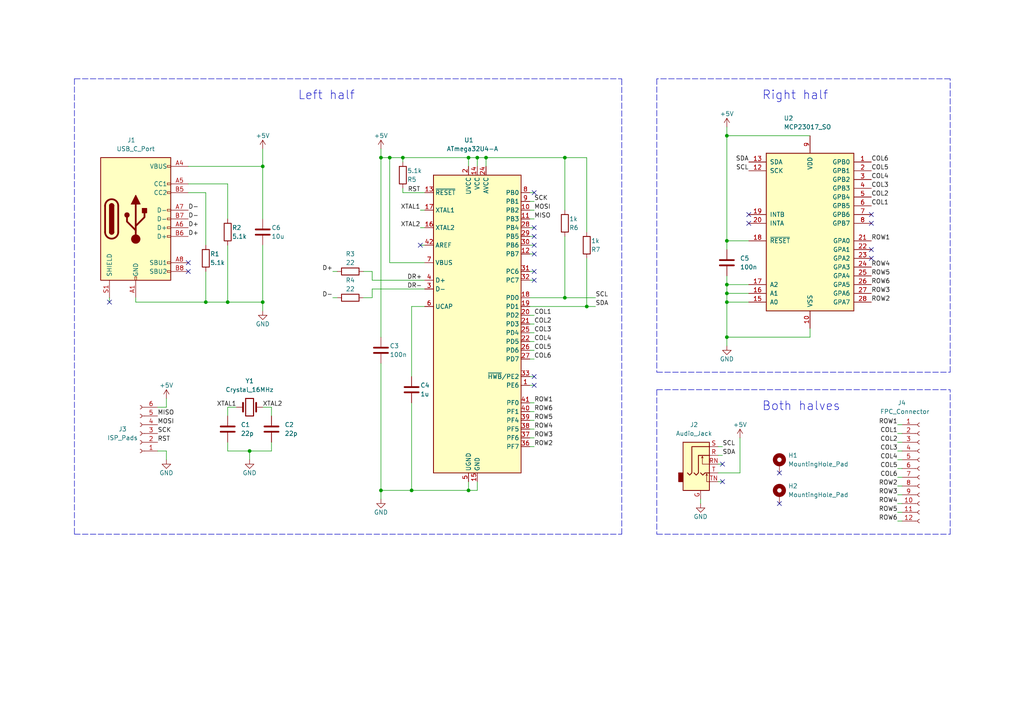
<source format=kicad_sch>
(kicad_sch (version 20211123) (generator eeschema)
  (paper "A4")
  (lib_symbols
    (symbol "Connector:AudioJack3_Ground_SwitchTR"
      (property "Reference" "J" (at 0 8.89 0))
      (property "Value" "AudioJack3_Ground_SwitchTR" (at 0 6.35 0))
      (symbol "AudioJack3_Ground_SwitchTR_0_1"
        (rectangle (start -5.08 -5.08) (end -6.35 -7.62) (stroke (width 0.254)) (fill (type outline)))
        (polyline (pts (xy 0.508 -0.254) (xy 0.762 -0.762)))
        (polyline (pts (xy 1.778 -5.334) (xy 2.032 -5.842)))
        (polyline (pts (xy 0 -5.08) (xy 0.635 -5.715) (xy 1.27 -5.08) (xy 2.54 -5.08)) (stroke (width 0.254)))
        (polyline (pts (xy 2.54 -7.62) (xy 1.778 -7.62) (xy 1.778 -5.334) (xy 1.524 -5.842)))
        (polyline (pts (xy 2.54 -2.54) (xy 0.508 -2.54) (xy 0.508 -0.254) (xy 0.254 -0.762)))
        (polyline (pts (xy -1.905 -5.08) (xy -1.27 -5.715) (xy -0.635 -5.08) (xy -0.635 0) (xy 2.54 0)) (stroke (width 0.254)))
        (polyline (pts (xy 2.54 2.54) (xy -2.54 2.54) (xy -2.54 -5.08) (xy -3.175 -5.715) (xy -3.81 -5.08)) (stroke (width 0.254)))
        (rectangle (start 2.54 3.81) (end -5.08 -10.16) (stroke (width 0.254)) (fill (type background)))
      )
      (symbol "AudioJack3_Ground_SwitchTR_1_1"
        (pin passive line (at 0 -12.7 90) (length 2.54) (name "~") (number "G"))
        (pin passive line (at 5.08 0 180) (length 2.54) (name "~") (number "R"))
        (pin passive line (at 5.08 -2.54 180) (length 2.54) (name "~") (number "RN"))
        (pin passive line (at 5.08 2.54 180) (length 2.54) (name "~") (number "S"))
        (pin passive line (at 5.08 -5.08 180) (length 2.54) (name "~") (number "T"))
        (pin passive line (at 5.08 -7.62 180) (length 2.54) (name "~") (number "TN"))
      )
    )
    (symbol "Connector:Conn_01x06_Female" (pin_names (offset 1.016) hide)
      (property "Reference" "J" (at 0 7.62 0))
      (property "Value" "Conn_01x06_Female" (at 0 -10.16 0))
      (symbol "Conn_01x06_Female_1_1"
        (arc (start 0 -7.112) (mid -0.508 -7.62) (end 0 -8.128) (stroke (width 0.1524)))
        (arc (start 0 -4.572) (mid -0.508 -5.08) (end 0 -5.588) (stroke (width 0.1524)))
        (arc (start 0 -2.032) (mid -0.508 -2.54) (end 0 -3.048) (stroke (width 0.1524)))
        (polyline (pts (xy -1.27 -7.62) (xy -0.508 -7.62)) (stroke (width 0.1524)))
        (polyline (pts (xy -1.27 -5.08) (xy -0.508 -5.08)) (stroke (width 0.1524)))
        (polyline (pts (xy -1.27 -2.54) (xy -0.508 -2.54)) (stroke (width 0.1524)))
        (polyline (pts (xy -1.27 0) (xy -0.508 0)) (stroke (width 0.1524)))
        (polyline (pts (xy -1.27 2.54) (xy -0.508 2.54)) (stroke (width 0.1524)))
        (polyline (pts (xy -1.27 5.08) (xy -0.508 5.08)) (stroke (width 0.1524)))
        (arc (start 0 0.508) (mid -0.508 0) (end 0 -0.508) (stroke (width 0.1524)))
        (arc (start 0 3.048) (mid -0.508 2.54) (end 0 2.032) (stroke (width 0.1524)))
        (arc (start 0 5.588) (mid -0.508 5.08) (end 0 4.572) (stroke (width 0.1524)))
        (pin passive line (at -5.08 5.08 0) (length 3.81) (name "Pin_1") (number "1"))
        (pin passive line (at -5.08 2.54 0) (length 3.81) (name "Pin_2") (number "2"))
        (pin passive line (at -5.08 0 0) (length 3.81) (name "Pin_3") (number "3"))
        (pin passive line (at -5.08 -2.54 0) (length 3.81) (name "Pin_4") (number "4"))
        (pin passive line (at -5.08 -5.08 0) (length 3.81) (name "Pin_5") (number "5"))
        (pin passive line (at -5.08 -7.62 0) (length 3.81) (name "Pin_6") (number "6"))
      )
    )
    (symbol "Connector:Conn_01x12_Female" (pin_names (offset 1.016) hide)
      (property "Reference" "J" (at 0 15.24 0))
      (property "Value" "Conn_01x12_Female" (at 0 -17.78 0))
      (symbol "Conn_01x12_Female_1_1"
        (arc (start 0 -14.732) (mid -0.508 -15.24) (end 0 -15.748) (stroke (width 0.1524)))
        (arc (start 0 -12.192) (mid -0.508 -12.7) (end 0 -13.208) (stroke (width 0.1524)))
        (arc (start 0 -9.652) (mid -0.508 -10.16) (end 0 -10.668) (stroke (width 0.1524)))
        (arc (start 0 -7.112) (mid -0.508 -7.62) (end 0 -8.128) (stroke (width 0.1524)))
        (arc (start 0 -4.572) (mid -0.508 -5.08) (end 0 -5.588) (stroke (width 0.1524)))
        (arc (start 0 -2.032) (mid -0.508 -2.54) (end 0 -3.048) (stroke (width 0.1524)))
        (polyline (pts (xy -1.27 -15.24) (xy -0.508 -15.24)) (stroke (width 0.1524)))
        (polyline (pts (xy -1.27 -12.7) (xy -0.508 -12.7)) (stroke (width 0.1524)))
        (polyline (pts (xy -1.27 -10.16) (xy -0.508 -10.16)) (stroke (width 0.1524)))
        (polyline (pts (xy -1.27 -7.62) (xy -0.508 -7.62)) (stroke (width 0.1524)))
        (polyline (pts (xy -1.27 -5.08) (xy -0.508 -5.08)) (stroke (width 0.1524)))
        (polyline (pts (xy -1.27 -2.54) (xy -0.508 -2.54)) (stroke (width 0.1524)))
        (polyline (pts (xy -1.27 0) (xy -0.508 0)) (stroke (width 0.1524)))
        (polyline (pts (xy -1.27 2.54) (xy -0.508 2.54)) (stroke (width 0.1524)))
        (polyline (pts (xy -1.27 5.08) (xy -0.508 5.08)) (stroke (width 0.1524)))
        (polyline (pts (xy -1.27 7.62) (xy -0.508 7.62)) (stroke (width 0.1524)))
        (polyline (pts (xy -1.27 10.16) (xy -0.508 10.16)) (stroke (width 0.1524)))
        (polyline (pts (xy -1.27 12.7) (xy -0.508 12.7)) (stroke (width 0.1524)))
        (arc (start 0 0.508) (mid -0.508 0) (end 0 -0.508) (stroke (width 0.1524)))
        (arc (start 0 3.048) (mid -0.508 2.54) (end 0 2.032) (stroke (width 0.1524)))
        (arc (start 0 5.588) (mid -0.508 5.08) (end 0 4.572) (stroke (width 0.1524)))
        (arc (start 0 8.128) (mid -0.508 7.62) (end 0 7.112) (stroke (width 0.1524)))
        (arc (start 0 10.668) (mid -0.508 10.16) (end 0 9.652) (stroke (width 0.1524)))
        (arc (start 0 13.208) (mid -0.508 12.7) (end 0 12.192) (stroke (width 0.1524)))
        (pin passive line (at -5.08 12.7 0) (length 3.81) (name "Pin_1") (number "1"))
        (pin passive line (at -5.08 -10.16 0) (length 3.81) (name "Pin_10") (number "10"))
        (pin passive line (at -5.08 -12.7 0) (length 3.81) (name "Pin_11") (number "11"))
        (pin passive line (at -5.08 -15.24 0) (length 3.81) (name "Pin_12") (number "12"))
        (pin passive line (at -5.08 10.16 0) (length 3.81) (name "Pin_2") (number "2"))
        (pin passive line (at -5.08 7.62 0) (length 3.81) (name "Pin_3") (number "3"))
        (pin passive line (at -5.08 5.08 0) (length 3.81) (name "Pin_4") (number "4"))
        (pin passive line (at -5.08 2.54 0) (length 3.81) (name "Pin_5") (number "5"))
        (pin passive line (at -5.08 0 0) (length 3.81) (name "Pin_6") (number "6"))
        (pin passive line (at -5.08 -2.54 0) (length 3.81) (name "Pin_7") (number "7"))
        (pin passive line (at -5.08 -5.08 0) (length 3.81) (name "Pin_8") (number "8"))
        (pin passive line (at -5.08 -7.62 0) (length 3.81) (name "Pin_9") (number "9"))
      )
    )
    (symbol "Connector:USB_C_Receptacle_USB2.0" (pin_names (offset 1.016))
      (property "Reference" "J" (at -10.16 19.05 0))
      (property "Value" "USB_C_Receptacle_USB2.0" (at 19.05 19.05 0))
      (symbol "USB_C_Receptacle_USB2.0_0_0"
        (rectangle (start -0.254 -17.78) (end 0.254 -16.764))
        (rectangle (start 10.16 -14.986) (end 9.144 -15.494))
        (rectangle (start 10.16 -12.446) (end 9.144 -12.954))
        (rectangle (start 10.16 -4.826) (end 9.144 -5.334))
        (rectangle (start 10.16 -2.286) (end 9.144 -2.794))
        (rectangle (start 10.16 0.254) (end 9.144 -0.254))
        (rectangle (start 10.16 2.794) (end 9.144 2.286))
        (rectangle (start 10.16 7.874) (end 9.144 7.366))
        (rectangle (start 10.16 10.414) (end 9.144 9.906))
        (rectangle (start 10.16 15.494) (end 9.144 14.986))
      )
      (symbol "USB_C_Receptacle_USB2.0_0_1"
        (rectangle (start -10.16 17.78) (end 10.16 -17.78) (stroke (width 0.254)) (fill (type background)))
        (arc (start -8.89 -3.81) (mid -6.985 -5.715) (end -5.08 -3.81) (stroke (width 0.508)))
        (arc (start -7.62 -3.81) (mid -6.985 -4.445) (end -6.35 -3.81) (stroke (width 0.254)))
        (arc (start -7.62 -3.81) (mid -6.985 -4.445) (end -6.35 -3.81) (stroke (width 0.254)) (fill (type outline)))
        (rectangle (start -7.62 -3.81) (end -6.35 3.81) (stroke (width 0.254)) (fill (type outline)))
        (arc (start -6.35 3.81) (mid -6.985 4.445) (end -7.62 3.81) (stroke (width 0.254)))
        (arc (start -6.35 3.81) (mid -6.985 4.445) (end -7.62 3.81) (stroke (width 0.254)) (fill (type outline)))
        (arc (start -5.08 3.81) (mid -6.985 5.715) (end -8.89 3.81) (stroke (width 0.508)))
        (circle (center -2.54 1.143) (radius 0.635) (stroke (width 0.254)) (fill (type outline)))
        (circle (center 0 -5.842) (radius 1.27) (fill (type outline)))
        (polyline (pts (xy -8.89 -3.81) (xy -8.89 3.81)) (stroke (width 0.508)))
        (polyline (pts (xy -5.08 3.81) (xy -5.08 -3.81)) (stroke (width 0.508)))
        (polyline (pts (xy 0 -5.842) (xy 0 4.318)) (stroke (width 0.508)))
        (polyline (pts (xy 0 -3.302) (xy -2.54 -0.762) (xy -2.54 0.508)) (stroke (width 0.508)))
        (polyline (pts (xy 0 -2.032) (xy 2.54 0.508) (xy 2.54 1.778)) (stroke (width 0.508)))
        (polyline (pts (xy -1.27 4.318) (xy 0 6.858) (xy 1.27 4.318) (xy -1.27 4.318)) (stroke (width 0.254)) (fill (type outline)))
        (rectangle (start 1.905 1.778) (end 3.175 3.048) (stroke (width 0.254)) (fill (type outline)))
      )
      (symbol "USB_C_Receptacle_USB2.0_1_1"
        (pin passive line (at 0 -22.86 90) (length 5.08) (name "GND") (number "A1"))
        (pin passive line (at 0 -22.86 90) (length 5.08) hide (name "GND") (number "A12"))
        (pin passive line (at 15.24 15.24 180) (length 5.08) (name "VBUS") (number "A4"))
        (pin bidirectional line (at 15.24 10.16 180) (length 5.08) (name "CC1") (number "A5"))
        (pin bidirectional line (at 15.24 -2.54 180) (length 5.08) (name "D+") (number "A6"))
        (pin bidirectional line (at 15.24 2.54 180) (length 5.08) (name "D-") (number "A7"))
        (pin bidirectional line (at 15.24 -12.7 180) (length 5.08) (name "SBU1") (number "A8"))
        (pin passive line (at 15.24 15.24 180) (length 5.08) hide (name "VBUS") (number "A9"))
        (pin passive line (at 0 -22.86 90) (length 5.08) hide (name "GND") (number "B1"))
        (pin passive line (at 0 -22.86 90) (length 5.08) hide (name "GND") (number "B12"))
        (pin passive line (at 15.24 15.24 180) (length 5.08) hide (name "VBUS") (number "B4"))
        (pin bidirectional line (at 15.24 7.62 180) (length 5.08) (name "CC2") (number "B5"))
        (pin bidirectional line (at 15.24 -5.08 180) (length 5.08) (name "D+") (number "B6"))
        (pin bidirectional line (at 15.24 0 180) (length 5.08) (name "D-") (number "B7"))
        (pin bidirectional line (at 15.24 -15.24 180) (length 5.08) (name "SBU2") (number "B8"))
        (pin passive line (at 15.24 15.24 180) (length 5.08) hide (name "VBUS") (number "B9"))
        (pin passive line (at -7.62 -22.86 90) (length 5.08) (name "SHIELD") (number "S1"))
      )
    )
    (symbol "Device:C" (pin_numbers hide) (pin_names (offset 0.254))
      (property "Reference" "C" (at 0.635 2.54 0))
      (property "Value" "C" (at 0.635 -2.54 0))
      (symbol "C_0_1"
        (polyline (pts (xy -2.032 -0.762) (xy 2.032 -0.762)) (stroke (width 0.508)))
        (polyline (pts (xy -2.032 0.762) (xy 2.032 0.762)) (stroke (width 0.508)))
      )
      (symbol "C_1_1"
        (pin passive line (at 0 3.81 270) (length 2.794) (name "~") (number "1"))
        (pin passive line (at 0 -3.81 90) (length 2.794) (name "~") (number "2"))
      )
    )
    (symbol "Device:Crystal" (pin_numbers hide) (pin_names (offset 1.016) hide)
      (property "Reference" "Y" (at 0 3.81 0))
      (property "Value" "Crystal" (at 0 -3.81 0))
      (symbol "Crystal_0_1"
        (rectangle (start -1.143 2.54) (end 1.143 -2.54) (stroke (width 0.3048)))
        (polyline (pts (xy -2.54 0) (xy -1.905 0)))
        (polyline (pts (xy -1.905 -1.27) (xy -1.905 1.27)) (stroke (width 0.508)))
        (polyline (pts (xy 1.905 -1.27) (xy 1.905 1.27)) (stroke (width 0.508)))
        (polyline (pts (xy 2.54 0) (xy 1.905 0)))
      )
      (symbol "Crystal_1_1"
        (pin passive line (at -3.81 0 0) (length 1.27) (name "1") (number "1"))
        (pin passive line (at 3.81 0 180) (length 1.27) (name "2") (number "2"))
      )
    )
    (symbol "Device:R" (pin_numbers hide) (pin_names (offset 0))
      (property "Reference" "R" (at 2.032 0 90))
      (property "Value" "R" (at 0 0 90))
      (symbol "R_0_1"
        (rectangle (start -1.016 -2.54) (end 1.016 2.54) (stroke (width 0.254)))
      )
      (symbol "R_1_1"
        (pin passive line (at 0 3.81 270) (length 1.27) (name "~") (number "1"))
        (pin passive line (at 0 -3.81 90) (length 1.27) (name "~") (number "2"))
      )
    )
    (symbol "Interface_Expansion:MCP23017_SO" (pin_names (offset 1.016))
      (property "Reference" "U" (at -11.43 24.13 0))
      (property "Value" "MCP23017_SO" (at 0 0 0))
      (symbol "MCP23017_SO_0_1"
        (rectangle (start -12.7 22.86) (end 12.7 -22.86) (stroke (width 0.254)) (fill (type background)))
      )
      (symbol "MCP23017_SO_1_1"
        (pin bidirectional line (at 17.78 20.32 180) (length 5.08) (name "GPB0") (number "1"))
        (pin power_in line (at 0 -27.94 90) (length 5.08) (name "VSS") (number "10"))
        (pin no_connect line (at -12.7 15.24 0) (length 5.08) hide (name "NC") (number "11"))
        (pin input line (at -17.78 17.78 0) (length 5.08) (name "SCK") (number "12"))
        (pin bidirectional line (at -17.78 20.32 0) (length 5.08) (name "SDA") (number "13"))
        (pin no_connect line (at -12.7 12.7 0) (length 5.08) hide (name "NC") (number "14"))
        (pin input line (at -17.78 -20.32 0) (length 5.08) (name "A0") (number "15"))
        (pin input line (at -17.78 -17.78 0) (length 5.08) (name "A1") (number "16"))
        (pin input line (at -17.78 -15.24 0) (length 5.08) (name "A2") (number "17"))
        (pin input line (at -17.78 -2.54 0) (length 5.08) (name "~{RESET}") (number "18"))
        (pin tri_state line (at -17.78 5.08 0) (length 5.08) (name "INTB") (number "19"))
        (pin bidirectional line (at 17.78 17.78 180) (length 5.08) (name "GPB1") (number "2"))
        (pin tri_state line (at -17.78 2.54 0) (length 5.08) (name "INTA") (number "20"))
        (pin bidirectional line (at 17.78 -2.54 180) (length 5.08) (name "GPA0") (number "21"))
        (pin bidirectional line (at 17.78 -5.08 180) (length 5.08) (name "GPA1") (number "22"))
        (pin bidirectional line (at 17.78 -7.62 180) (length 5.08) (name "GPA2") (number "23"))
        (pin bidirectional line (at 17.78 -10.16 180) (length 5.08) (name "GPA3") (number "24"))
        (pin bidirectional line (at 17.78 -12.7 180) (length 5.08) (name "GPA4") (number "25"))
        (pin bidirectional line (at 17.78 -15.24 180) (length 5.08) (name "GPA5") (number "26"))
        (pin bidirectional line (at 17.78 -17.78 180) (length 5.08) (name "GPA6") (number "27"))
        (pin bidirectional line (at 17.78 -20.32 180) (length 5.08) (name "GPA7") (number "28"))
        (pin bidirectional line (at 17.78 15.24 180) (length 5.08) (name "GPB2") (number "3"))
        (pin bidirectional line (at 17.78 12.7 180) (length 5.08) (name "GPB3") (number "4"))
        (pin bidirectional line (at 17.78 10.16 180) (length 5.08) (name "GPB4") (number "5"))
        (pin bidirectional line (at 17.78 7.62 180) (length 5.08) (name "GPB5") (number "6"))
        (pin bidirectional line (at 17.78 5.08 180) (length 5.08) (name "GPB6") (number "7"))
        (pin bidirectional line (at 17.78 2.54 180) (length 5.08) (name "GPB7") (number "8"))
        (pin power_in line (at 0 27.94 270) (length 5.08) (name "VDD") (number "9"))
      )
    )
    (symbol "MCU_Microchip_ATmega:ATmega32U4-A"
      (property "Reference" "U" (at -12.7 44.45 0))
      (property "Value" "ATmega32U4-A" (at 2.54 -44.45 0))
      (symbol "ATmega32U4-A_0_1"
        (rectangle (start -12.7 -43.18) (end 12.7 43.18) (stroke (width 0.254)) (fill (type background)))
      )
      (symbol "ATmega32U4-A_1_1"
        (pin bidirectional line (at 15.24 -17.78 180) (length 2.54) (name "PE6") (number "1"))
        (pin bidirectional line (at 15.24 33.02 180) (length 2.54) (name "PB2") (number "10"))
        (pin bidirectional line (at 15.24 30.48 180) (length 2.54) (name "PB3") (number "11"))
        (pin bidirectional line (at 15.24 20.32 180) (length 2.54) (name "PB7") (number "12"))
        (pin input line (at -15.24 38.1 0) (length 2.54) (name "~{RESET}") (number "13"))
        (pin power_in line (at 0 45.72 270) (length 2.54) (name "VCC") (number "14"))
        (pin power_in line (at 0 -45.72 90) (length 2.54) (name "GND") (number "15"))
        (pin output line (at -15.24 27.94 0) (length 2.54) (name "XTAL2") (number "16"))
        (pin input line (at -15.24 33.02 0) (length 2.54) (name "XTAL1") (number "17"))
        (pin bidirectional line (at 15.24 7.62 180) (length 2.54) (name "PD0") (number "18"))
        (pin bidirectional line (at 15.24 5.08 180) (length 2.54) (name "PD1") (number "19"))
        (pin power_in line (at -2.54 45.72 270) (length 2.54) (name "UVCC") (number "2"))
        (pin bidirectional line (at 15.24 2.54 180) (length 2.54) (name "PD2") (number "20"))
        (pin bidirectional line (at 15.24 0 180) (length 2.54) (name "PD3") (number "21"))
        (pin bidirectional line (at 15.24 -5.08 180) (length 2.54) (name "PD5") (number "22"))
        (pin passive line (at 0 -45.72 90) (length 2.54) hide (name "GND") (number "23"))
        (pin power_in line (at 2.54 45.72 270) (length 2.54) (name "AVCC") (number "24"))
        (pin bidirectional line (at 15.24 -2.54 180) (length 2.54) (name "PD4") (number "25"))
        (pin bidirectional line (at 15.24 -7.62 180) (length 2.54) (name "PD6") (number "26"))
        (pin bidirectional line (at 15.24 -10.16 180) (length 2.54) (name "PD7") (number "27"))
        (pin bidirectional line (at 15.24 27.94 180) (length 2.54) (name "PB4") (number "28"))
        (pin bidirectional line (at 15.24 25.4 180) (length 2.54) (name "PB5") (number "29"))
        (pin bidirectional line (at -15.24 10.16 0) (length 2.54) (name "D-") (number "3"))
        (pin bidirectional line (at 15.24 22.86 180) (length 2.54) (name "PB6") (number "30"))
        (pin bidirectional line (at 15.24 15.24 180) (length 2.54) (name "PC6") (number "31"))
        (pin bidirectional line (at 15.24 12.7 180) (length 2.54) (name "PC7") (number "32"))
        (pin bidirectional line (at 15.24 -15.24 180) (length 2.54) (name "~{HWB}/PE2") (number "33"))
        (pin passive line (at 0 45.72 270) (length 2.54) hide (name "VCC") (number "34"))
        (pin passive line (at 0 -45.72 90) (length 2.54) hide (name "GND") (number "35"))
        (pin bidirectional line (at 15.24 -35.56 180) (length 2.54) (name "PF7") (number "36"))
        (pin bidirectional line (at 15.24 -33.02 180) (length 2.54) (name "PF6") (number "37"))
        (pin bidirectional line (at 15.24 -30.48 180) (length 2.54) (name "PF5") (number "38"))
        (pin bidirectional line (at 15.24 -27.94 180) (length 2.54) (name "PF4") (number "39"))
        (pin bidirectional line (at -15.24 12.7 0) (length 2.54) (name "D+") (number "4"))
        (pin bidirectional line (at 15.24 -25.4 180) (length 2.54) (name "PF1") (number "40"))
        (pin bidirectional line (at 15.24 -22.86 180) (length 2.54) (name "PF0") (number "41"))
        (pin passive line (at -15.24 22.86 0) (length 2.54) (name "AREF") (number "42"))
        (pin passive line (at 0 -45.72 90) (length 2.54) hide (name "GND") (number "43"))
        (pin passive line (at 2.54 45.72 270) (length 2.54) hide (name "AVCC") (number "44"))
        (pin passive line (at -2.54 -45.72 90) (length 2.54) (name "UGND") (number "5"))
        (pin passive line (at -15.24 5.08 0) (length 2.54) (name "UCAP") (number "6"))
        (pin input line (at -15.24 17.78 0) (length 2.54) (name "VBUS") (number "7"))
        (pin bidirectional line (at 15.24 38.1 180) (length 2.54) (name "PB0") (number "8"))
        (pin bidirectional line (at 15.24 35.56 180) (length 2.54) (name "PB1") (number "9"))
      )
    )
    (symbol "Mechanical:MountingHole_Pad" (pin_numbers hide) (pin_names (offset 1.016) hide)
      (property "Reference" "H" (at 0 6.35 0))
      (property "Value" "MountingHole_Pad" (at 0 4.445 0))
      (symbol "MountingHole_Pad_0_1"
        (circle (center 0 1.27) (radius 1.27) (stroke (width 1.27)))
      )
      (symbol "MountingHole_Pad_1_1"
        (pin input line (at 0 -2.54 90) (length 2.54) (name "1") (number "1"))
      )
    )
    (symbol "power:+5V" (power) (pin_names (offset 0))
      (property "Value" "+5V" (at 0 3.556 0))
      (symbol "+5V_0_1"
        (polyline (pts (xy -0.762 1.27) (xy 0 2.54)))
        (polyline (pts (xy 0 0) (xy 0 2.54)))
        (polyline (pts (xy 0 2.54) (xy 0.762 1.27)))
      )
      (symbol "+5V_1_1"
        (pin power_in line (at 0 0 90) (length 0) hide (name "+5V") (number "1"))
      )
    )
    (symbol "power:GND" (power) (pin_names (offset 0))
      (property "Value" "GND" (at 0 -3.81 0))
      (symbol "GND_0_1"
        (polyline (pts (xy 0 0) (xy 0 -1.27) (xy 1.27 -1.27) (xy 0 -2.54) (xy -1.27 -1.27) (xy 0 -1.27)))
      )
      (symbol "GND_1_1"
        (pin power_in line (at 0 0 270) (length 0) hide (name "GND") (number "1"))
      )
    )
  )
  (junction (at 135.89 142.24))
  (junction (at 163.83 86.36))
  (junction (at 170.18 88.9))
  (junction (at 66.04 87.63))
  (junction (at 110.49 142.24))
  (junction (at 135.89 45.72))
  (junction (at 140.97 45.72))
  (junction (at 138.43 45.72))
  (junction (at 210.82 39.37))
  (junction (at 210.82 85.09))
  (junction (at 72.39 130.81))
  (junction (at 110.49 45.72))
  (junction (at 59.69 87.63))
  (junction (at 119.38 142.24))
  (junction (at 210.82 87.63))
  (junction (at 76.2 48.26))
  (junction (at 116.84 45.72))
  (junction (at 113.03 45.72))
  (junction (at 210.82 97.79))
  (junction (at 163.83 45.72))
  (junction (at 210.82 82.55))
  (junction (at 76.2 87.63))
  (junction (at 210.82 69.85))
  (no_connect (at 209.55 134.62))
  (no_connect (at 209.55 139.7))
  (no_connect (at 252.73 64.77))
  (no_connect (at 252.73 62.23))
  (no_connect (at 154.94 55.88))
  (no_connect (at 154.94 81.28))
  (no_connect (at 154.94 78.74))
  (no_connect (at 154.94 66.04))
  (no_connect (at 154.94 111.76))
  (no_connect (at 154.94 109.22))
  (no_connect (at 154.94 73.66))
  (no_connect (at 154.94 71.12))
  (no_connect (at 154.94 68.58))
  (no_connect (at 31.75 87.63))
  (no_connect (at 121.92 71.12))
  (no_connect (at 252.73 74.93))
  (no_connect (at 252.73 72.39))
  (no_connect (at 217.17 62.23))
  (no_connect (at 217.17 64.77))
  (no_connect (at 226.06 137.16))
  (no_connect (at 226.06 146.05))
  (no_connect (at 54.61 76.2))
  (no_connect (at 54.61 78.74))
  (wire (pts (xy 210.82 87.63) (xy 217.17 87.63)))
  (wire (pts (xy 210.82 87.63) (xy 210.82 97.79)))
  (wire (pts (xy 107.95 78.74) (xy 105.41 78.74)))
  (wire (pts (xy 261.62 128.27) (xy 260.35 128.27)))
  (wire (pts (xy 154.94 116.84) (xy 153.67 116.84)))
  (wire (pts (xy 214.63 127) (xy 214.63 137.16)))
  (wire (pts (xy 119.38 88.9) (xy 123.19 88.9)))
  (wire (pts (xy 116.84 55.88) (xy 123.19 55.88)))
  (wire (pts (xy 208.28 134.62) (xy 209.55 134.62)))
  (wire (pts (xy 153.67 96.52) (xy 154.94 96.52)))
  (wire (pts (xy 76.2 63.5) (xy 76.2 48.26)))
  (wire (pts (xy 209.55 132.08) (xy 208.28 132.08)))
  (wire (pts (xy 76.2 48.26) (xy 76.2 43.18)))
  (wire (pts (xy 154.94 127) (xy 153.67 127)))
  (wire (pts (xy 72.39 130.81) (xy 72.39 133.35)))
  (wire (pts (xy 153.67 66.04) (xy 154.94 66.04)))
  (wire (pts (xy 105.41 86.36) (xy 107.95 86.36)))
  (wire (pts (xy 170.18 74.93) (xy 170.18 88.9)))
  (polyline (pts (xy 190.5 154.94) (xy 275.59 154.94)))
  (wire (pts (xy 66.04 130.81) (xy 72.39 130.81)))
  (wire (pts (xy 121.92 60.96) (xy 123.19 60.96)))
  (wire (pts (xy 153.67 58.42) (xy 154.94 58.42)))
  (wire (pts (xy 31.75 87.63) (xy 31.75 86.36)))
  (wire (pts (xy 66.04 87.63) (xy 76.2 87.63)))
  (wire (pts (xy 138.43 45.72) (xy 135.89 45.72)))
  (wire (pts (xy 96.52 78.74) (xy 97.79 78.74)))
  (wire (pts (xy 138.43 48.26) (xy 138.43 45.72)))
  (wire (pts (xy 135.89 139.7) (xy 135.89 142.24)))
  (wire (pts (xy 113.03 45.72) (xy 110.49 45.72)))
  (wire (pts (xy 153.67 99.06) (xy 154.94 99.06)))
  (wire (pts (xy 261.62 130.81) (xy 260.35 130.81)))
  (wire (pts (xy 59.69 78.74) (xy 59.69 87.63)))
  (wire (pts (xy 78.74 128.27) (xy 78.74 130.81)))
  (wire (pts (xy 121.92 66.04) (xy 123.19 66.04)))
  (wire (pts (xy 260.35 123.19) (xy 261.62 123.19)))
  (polyline (pts (xy 190.5 107.95) (xy 275.59 107.95)))
  (polyline (pts (xy 275.59 154.94) (xy 275.59 113.03)))
  (wire (pts (xy 210.82 39.37) (xy 234.95 39.37)))
  (wire (pts (xy 261.62 125.73) (xy 260.35 125.73)))
  (wire (pts (xy 66.04 53.34) (xy 54.61 53.34)))
  (wire (pts (xy 208.28 139.7) (xy 209.55 139.7)))
  (wire (pts (xy 66.04 63.5) (xy 66.04 53.34)))
  (wire (pts (xy 110.49 105.41) (xy 110.49 142.24)))
  (wire (pts (xy 116.84 54.61) (xy 116.84 55.88)))
  (wire (pts (xy 170.18 67.31) (xy 170.18 45.72)))
  (wire (pts (xy 107.95 83.82) (xy 123.19 83.82)))
  (wire (pts (xy 135.89 48.26) (xy 135.89 45.72)))
  (wire (pts (xy 153.67 68.58) (xy 154.94 68.58)))
  (polyline (pts (xy 180.34 154.94) (xy 180.34 22.86)))
  (wire (pts (xy 153.67 63.5) (xy 154.94 63.5)))
  (wire (pts (xy 39.37 87.63) (xy 59.69 87.63)))
  (wire (pts (xy 119.38 109.22) (xy 119.38 88.9)))
  (wire (pts (xy 68.58 118.11) (xy 66.04 118.11)))
  (wire (pts (xy 153.67 81.28) (xy 154.94 81.28)))
  (wire (pts (xy 110.49 142.24) (xy 119.38 142.24)))
  (wire (pts (xy 153.67 104.14) (xy 154.94 104.14)))
  (wire (pts (xy 210.82 36.83) (xy 210.82 39.37)))
  (wire (pts (xy 210.82 100.33) (xy 210.82 97.79)))
  (wire (pts (xy 203.2 144.78) (xy 203.2 146.05)))
  (wire (pts (xy 116.84 45.72) (xy 116.84 46.99)))
  (wire (pts (xy 154.94 119.38) (xy 153.67 119.38)))
  (wire (pts (xy 260.35 146.05) (xy 261.62 146.05)))
  (wire (pts (xy 138.43 139.7) (xy 138.43 142.24)))
  (wire (pts (xy 135.89 45.72) (xy 116.84 45.72)))
  (wire (pts (xy 210.82 80.01) (xy 210.82 82.55)))
  (wire (pts (xy 45.72 118.11) (xy 48.26 118.11)))
  (wire (pts (xy 76.2 118.11) (xy 78.74 118.11)))
  (wire (pts (xy 153.67 93.98) (xy 154.94 93.98)))
  (wire (pts (xy 48.26 130.81) (xy 48.26 133.35)))
  (wire (pts (xy 260.35 140.97) (xy 261.62 140.97)))
  (wire (pts (xy 107.95 86.36) (xy 107.95 83.82)))
  (wire (pts (xy 153.67 91.44) (xy 154.94 91.44)))
  (wire (pts (xy 163.83 45.72) (xy 170.18 45.72)))
  (wire (pts (xy 153.67 60.96) (xy 154.94 60.96)))
  (wire (pts (xy 113.03 45.72) (xy 113.03 76.2)))
  (wire (pts (xy 210.82 85.09) (xy 210.82 82.55)))
  (polyline (pts (xy 21.59 22.86) (xy 21.59 154.94)))
  (wire (pts (xy 210.82 97.79) (xy 234.95 97.79)))
  (wire (pts (xy 96.52 86.36) (xy 97.79 86.36)))
  (wire (pts (xy 154.94 129.54) (xy 153.67 129.54)))
  (polyline (pts (xy 21.59 154.94) (xy 180.34 154.94)))
  (wire (pts (xy 66.04 71.12) (xy 66.04 87.63)))
  (wire (pts (xy 154.94 121.92) (xy 153.67 121.92)))
  (wire (pts (xy 113.03 76.2) (xy 123.19 76.2)))
  (wire (pts (xy 153.67 101.6) (xy 154.94 101.6)))
  (wire (pts (xy 153.67 109.22) (xy 154.94 109.22)))
  (polyline (pts (xy 21.59 22.86) (xy 180.34 22.86)))
  (wire (pts (xy 59.69 87.63) (xy 66.04 87.63)))
  (wire (pts (xy 210.82 69.85) (xy 210.82 72.39)))
  (wire (pts (xy 163.83 45.72) (xy 163.83 60.96)))
  (wire (pts (xy 163.83 86.36) (xy 172.72 86.36)))
  (wire (pts (xy 59.69 55.88) (xy 59.69 71.12)))
  (wire (pts (xy 45.72 130.81) (xy 48.26 130.81)))
  (wire (pts (xy 209.55 129.54) (xy 208.28 129.54)))
  (wire (pts (xy 153.67 88.9) (xy 170.18 88.9)))
  (wire (pts (xy 153.67 71.12) (xy 154.94 71.12)))
  (wire (pts (xy 140.97 45.72) (xy 138.43 45.72)))
  (wire (pts (xy 39.37 86.36) (xy 39.37 87.63)))
  (wire (pts (xy 260.35 148.59) (xy 261.62 148.59)))
  (wire (pts (xy 234.95 95.25) (xy 234.95 97.79)))
  (polyline (pts (xy 275.59 22.86) (xy 190.5 22.86)))
  (polyline (pts (xy 275.59 107.95) (xy 275.59 22.86)))
  (wire (pts (xy 170.18 88.9) (xy 172.72 88.9)))
  (wire (pts (xy 261.62 135.89) (xy 260.35 135.89)))
  (wire (pts (xy 260.35 143.51) (xy 261.62 143.51)))
  (wire (pts (xy 208.28 137.16) (xy 214.63 137.16)))
  (wire (pts (xy 260.35 151.13) (xy 261.62 151.13)))
  (wire (pts (xy 78.74 118.11) (xy 78.74 120.65)))
  (wire (pts (xy 107.95 81.28) (xy 107.95 78.74)))
  (wire (pts (xy 153.67 78.74) (xy 154.94 78.74)))
  (polyline (pts (xy 190.5 22.86) (xy 190.5 107.95)))
  (wire (pts (xy 110.49 43.18) (xy 110.49 45.72)))
  (wire (pts (xy 217.17 69.85) (xy 210.82 69.85)))
  (wire (pts (xy 140.97 48.26) (xy 140.97 45.72)))
  (wire (pts (xy 76.2 87.63) (xy 76.2 90.17)))
  (wire (pts (xy 113.03 45.72) (xy 116.84 45.72)))
  (wire (pts (xy 210.82 85.09) (xy 217.17 85.09)))
  (wire (pts (xy 76.2 71.12) (xy 76.2 87.63)))
  (wire (pts (xy 140.97 45.72) (xy 163.83 45.72)))
  (wire (pts (xy 210.82 39.37) (xy 210.82 69.85)))
  (wire (pts (xy 54.61 48.26) (xy 76.2 48.26)))
  (wire (pts (xy 48.26 118.11) (xy 48.26 115.57)))
  (wire (pts (xy 54.61 55.88) (xy 59.69 55.88)))
  (polyline (pts (xy 190.5 113.03) (xy 190.5 154.94)))
  (wire (pts (xy 153.67 86.36) (xy 163.83 86.36)))
  (wire (pts (xy 153.67 111.76) (xy 154.94 111.76)))
  (wire (pts (xy 119.38 116.84) (xy 119.38 142.24)))
  (wire (pts (xy 210.82 82.55) (xy 217.17 82.55)))
  (wire (pts (xy 110.49 45.72) (xy 110.49 97.79)))
  (wire (pts (xy 163.83 68.58) (xy 163.83 86.36)))
  (wire (pts (xy 72.39 130.81) (xy 78.74 130.81)))
  (wire (pts (xy 66.04 128.27) (xy 66.04 130.81)))
  (wire (pts (xy 123.19 81.28) (xy 107.95 81.28)))
  (wire (pts (xy 153.67 73.66) (xy 154.94 73.66)))
  (wire (pts (xy 135.89 142.24) (xy 138.43 142.24)))
  (wire (pts (xy 66.04 118.11) (xy 66.04 120.65)))
  (wire (pts (xy 119.38 142.24) (xy 135.89 142.24)))
  (polyline (pts (xy 190.5 113.03) (xy 275.59 113.03)))
  (wire (pts (xy 153.67 55.88) (xy 154.94 55.88)))
  (wire (pts (xy 261.62 133.35) (xy 260.35 133.35)))
  (wire (pts (xy 110.49 142.24) (xy 110.49 144.78)))
  (wire (pts (xy 121.92 71.12) (xy 123.19 71.12)))
  (wire (pts (xy 261.62 138.43) (xy 260.35 138.43)))
  (wire (pts (xy 154.94 124.46) (xy 153.67 124.46)))
  (wire (pts (xy 210.82 87.63) (xy 210.82 85.09)))
  (text "Right half" (at 220.98 29.21 0) (effects (font (size 2.54 2.54)) (justify left bottom)))
  (text "Left half" (at 86.36 29.21 0) (effects (font (size 2.54 2.54)) (justify left bottom)))
  (text "Both halves" (at 220.98 119.38 0) (effects (font (size 2.54 2.54)) (justify left bottom)))
  (label "COL1" (at 154.94 91.44 0))
  (label "COL2" (at 260.35 128.27 180))
  (label "ROW1" (at 154.94 116.84 0))
  (label "ROW4" (at 154.94 124.46 0))
  (label "COL2" (at 154.94 93.98 0))
  (label "COL3" (at 252.73 54.61 0))
  (label "ROW3" (at 260.35 143.51 180))
  (label "SDA" (at 172.72 88.9 0))
  (label "MOSI" (at 45.72 123.19 0))
  (label "D-" (at 54.61 63.5 0))
  (label "DR-" (at 118.11 83.82 0))
  (label "SCK" (at 45.72 125.73 0))
  (label "COL6" (at 260.35 138.43 180))
  (label "ROW6" (at 252.73 82.55 0))
  (label "ROW6" (at 260.35 151.13 180))
  (label "D-" (at 96.52 86.36 180))
  (label "SCL" (at 217.17 49.53 180))
  (label "XTAL1" (at 121.92 60.96 180))
  (label "RST" (at 121.92 55.88 180))
  (label "ROW3" (at 154.94 127 0))
  (label "COL2" (at 252.73 57.15 0))
  (label "SCK" (at 154.94 58.42 0))
  (label "ROW2" (at 154.94 129.54 0))
  (label "COL4" (at 260.35 133.35 180))
  (label "ROW6" (at 154.94 119.38 0))
  (label "XTAL1" (at 68.58 118.11 180))
  (label "D+" (at 54.61 68.58 0))
  (label "D+" (at 54.61 66.04 0))
  (label "ROW1" (at 252.73 69.85 0))
  (label "D-" (at 54.61 60.96 0))
  (label "MISO" (at 45.72 120.65 0))
  (label "COL6" (at 252.73 46.99 0))
  (label "ROW2" (at 260.35 140.97 180))
  (label "SCL" (at 172.72 86.36 0))
  (label "ROW5" (at 260.35 148.59 180))
  (label "MOSI" (at 154.94 60.96 0))
  (label "COL5" (at 252.73 49.53 0))
  (label "MISO" (at 154.94 63.5 0))
  (label "ROW3" (at 252.73 85.09 0))
  (label "COL3" (at 154.94 96.52 0))
  (label "COL1" (at 252.73 59.69 0))
  (label "ROW5" (at 252.73 80.01 0))
  (label "COL4" (at 252.73 52.07 0))
  (label "COL3" (at 260.35 130.81 180))
  (label "ROW4" (at 260.35 146.05 180))
  (label "COL4" (at 154.94 99.06 0))
  (label "COL1" (at 260.35 125.73 180))
  (label "RST" (at 45.72 128.27 0))
  (label "D+" (at 96.52 78.74 180))
  (label "COL5" (at 260.35 135.89 180))
  (label "XTAL2" (at 121.92 66.04 180))
  (label "DR+" (at 118.11 81.28 0))
  (label "ROW1" (at 260.35 123.19 180))
  (label "ROW5" (at 154.94 121.92 0))
  (label "SDA" (at 209.55 132.08 0))
  (label "COL5" (at 154.94 101.6 0))
  (label "ROW4" (at 252.73 77.47 0))
  (label "ROW2" (at 252.73 87.63 0))
  (label "COL6" (at 154.94 104.14 0))
  (label "SCL" (at 209.55 129.54 0))
  (label "XTAL2" (at 76.2 118.11 0))
  (label "SDA" (at 217.17 46.99 180))
  (symbol (lib_id "Device:C") (at 110.49 101.6 0) (unit 1)
    (property "Reference" "C3" (at 113.03 100.33 0) (effects (justify left)))
    (property "Value" "100n" (at 113.03 102.87 0) (effects (justify left)))
    (property "Footprint" "Capacitor_SMD:C_0603_1608Metric" (effects hide))
  )
  (symbol (lib_id "Device:R") (at 59.69 74.93 0) (unit 1)
    (property "Reference" "R1" (at 60.96 73.66 0) (effects (justify left)))
    (property "Value" "5.1k" (at 60.96 76.2 0) (effects (justify left)))
    (property "Footprint" "Resistor_SMD:R_0603_1608Metric" (effects hide))
  )
  (symbol (lib_id "power:GND") (at 203.2 146.05 0) (mirror y) (unit 1)
    (property "Reference" "#PWR01" (effects hide))
    (property "Value" "GND" (at 203.2 149.86 0))
  )
  (symbol (lib_id "power:+5V") (at 110.49 43.18 0) (mirror y) (unit 1)
    (property "Reference" "#PWR06" (effects hide))
    (property "Value" "+5V" (at 110.49 39.37 0))
  )
  (symbol (lib_id "power:+5V") (at 210.82 36.83 0) (mirror y) (unit 1)
    (property "Reference" "#PWR010" (effects hide))
    (property "Value" "+5V" (at 210.82 33.02 0))
  )
  (symbol (lib_id "Connector:Conn_01x12_Female") (at 266.7 135.89 0) (unit 1)
    (property "Reference" "J4" (at 260.35 116.84 0) (effects (justify left)))
    (property "Value" "FPC_Connector" (at 255.27 119.38 0) (effects (justify left)))
    (property "Footprint" "Custom:FPC_Connector" (effects hide))
  )
  (symbol (lib_id "Connector:USB_C_Receptacle_USB2.0") (at 39.37 63.5 0) (unit 1)
    (property "Reference" "J1" (at 38.1 40.64 0))
    (property "Value" "USB_C_Port" (at 39.37 43.18 0))
    (property "Footprint" "Connector_USB:USB_C_Receptacle_HRO_TYPE-C-31-M-12" (effects hide))
    (property "Datasheet" "https://www.usb.org/sites/default/files/documents/usb_type-c.zip" (effects hide))
  )
  (symbol (lib_id "power:GND") (at 110.49 144.78 0) (unit 1)
    (property "Reference" "#PWR07" (effects hide))
    (property "Value" "GND" (at 110.49 148.59 0))
  )
  (symbol (lib_id "Interface_Expansion:MCP23017_SO") (at 234.95 67.31 0) (unit 1)
    (property "Reference" "U2" (at 227.33 34.29 0) (effects (justify left)))
    (property "Value" "MCP23017_SO" (at 227.33 36.83 0) (effects (justify left)))
    (property "Footprint" "Package_SO:SOIC-28W_7.5x17.9mm_P1.27mm" (effects hide))
    (property "Datasheet" "http://ww1.microchip.com/downloads/en/DeviceDoc/20001952C.pdf" (effects hide))
  )
  (symbol (lib_id "MCU_Microchip_ATmega:ATmega32U4-A") (at 138.43 93.98 0) (unit 1)
    (property "Reference" "U1" (at 134.62 40.64 0) (effects (justify left)))
    (property "Value" "ATmega32U4-A" (at 129.54 43.18 0) (effects (justify left)))
    (property "Footprint" "Custom:TQFP_44_Rounded_Pads" (effects hide))
    (property "Datasheet" "http://ww1.microchip.com/downloads/en/DeviceDoc/Atmel-7766-8-bit-AVR-ATmega16U4-32U4_Datasheet.pdf" (effects hide))
  )
  (symbol (lib_id "power:GND") (at 48.26 133.35 0) (unit 1)
    (property "Reference" "#PWR09" (effects hide))
    (property "Value" "GND" (at 48.26 137.16 0))
  )
  (symbol (lib_id "Connector:AudioJack3_Ground_SwitchTR") (at 203.2 132.08 0) (unit 1)
    (property "Reference" "J2" (at 201.295 123.19 0))
    (property "Value" "Audio_Jack" (at 201.295 125.73 0))
    (property "Footprint" "Custom:Audio_Jack_Dual_Side" (effects hide))
  )
  (symbol (lib_id "Device:R") (at 101.6 78.74 90) (unit 1)
    (property "Reference" "R3" (at 101.6 73.66 90))
    (property "Value" "22" (at 101.6 76.2 90))
    (property "Footprint" "Resistor_SMD:R_0603_1608Metric" (effects hide))
  )
  (symbol (lib_id "Device:C") (at 76.2 67.31 0) (unit 1)
    (property "Reference" "C6" (at 78.74 66.04 0) (effects (justify left)))
    (property "Value" "10u" (at 78.74 68.58 0) (effects (justify left)))
    (property "Footprint" "Capacitor_SMD:C_0603_1608Metric" (effects hide))
  )
  (symbol (lib_id "power:GND") (at 72.39 133.35 0) (mirror y) (unit 1)
    (property "Reference" "#PWR02" (effects hide))
    (property "Value" "GND" (at 72.39 137.16 0))
  )
  (symbol (lib_id "Device:C") (at 210.82 76.2 0) (unit 1)
    (property "Reference" "C5" (at 214.63 74.9299 0) (effects (justify left)))
    (property "Value" "100n" (at 214.63 77.4699 0) (effects (justify left)))
    (property "Footprint" "Capacitor_SMD:C_0603_1608Metric" (effects hide))
  )
  (symbol (lib_id "Device:C") (at 66.04 124.46 0) (unit 1)
    (property "Reference" "C1" (at 69.85 123.1899 0) (effects (justify left)))
    (property "Value" "22p" (at 69.85 125.7299 0) (effects (justify left)))
    (property "Footprint" "Capacitor_SMD:C_0603_1608Metric" (effects hide))
  )
  (symbol (lib_id "Mechanical:MountingHole_Pad") (at 226.06 143.51 0) (unit 1)
    (property "Reference" "H2" (at 228.6 140.9699 0) (effects (justify left)))
    (property "Value" "MountingHole_Pad" (at 228.6 143.5099 0) (effects (justify left)))
    (property "Footprint" "MountingHole:MountingHole_2.2mm_M2_Pad_Via" (effects hide))
  )
  (symbol (lib_id "Device:C") (at 119.38 113.03 0) (unit 1)
    (property "Reference" "C4" (at 121.92 111.76 0) (effects (justify left)))
    (property "Value" "1u" (at 121.92 114.3 0) (effects (justify left)))
    (property "Footprint" "Capacitor_SMD:C_0603_1608Metric" (effects hide))
  )
  (symbol (lib_id "Device:R") (at 101.6 86.36 90) (unit 1)
    (property "Reference" "R4" (at 101.6 81.28 90))
    (property "Value" "22" (at 101.6 83.82 90))
    (property "Footprint" "Resistor_SMD:R_0603_1608Metric" (effects hide))
  )
  (symbol (lib_id "Device:Crystal") (at 72.39 118.11 0) (unit 1)
    (property "Reference" "Y1" (at 72.39 110.49 0))
    (property "Value" "Crystal_16MHz" (at 72.39 113.03 0))
    (property "Footprint" "Crystal:Crystal_HC49-4H_Vertical" (effects hide))
  )
  (symbol (lib_id "Device:R") (at 163.83 64.77 0) (mirror x) (unit 1)
    (property "Reference" "R6" (at 165.1 66.04 0) (effects (justify left)))
    (property "Value" "1k" (at 165.1 63.5 0) (effects (justify left)))
    (property "Footprint" "Resistor_SMD:R_0603_1608Metric" (effects hide))
  )
  (symbol (lib_id "Connector:Conn_01x06_Female") (at 40.64 125.73 180) (unit 1)
    (property "Reference" "J3" (at 35.56 124.46 0))
    (property "Value" "ISP_Pads" (at 35.56 127 0))
    (property "Footprint" "Custom:ISP_Pads" (effects hide))
  )
  (symbol (lib_id "power:+5V") (at 48.26 115.57 0) (unit 1)
    (property "Reference" "#PWR08" (effects hide))
    (property "Value" "+5V" (at 48.26 111.76 0))
  )
  (symbol (lib_id "power:GND") (at 210.82 100.33 0) (unit 1)
    (property "Reference" "#PWR011" (effects hide))
    (property "Value" "GND" (at 210.82 104.14 0))
  )
  (symbol (lib_id "Mechanical:MountingHole_Pad") (at 226.06 134.62 0) (unit 1)
    (property "Reference" "H1" (at 228.6 132.0799 0) (effects (justify left)))
    (property "Value" "MountingHole_Pad" (at 228.6 134.6199 0) (effects (justify left)))
    (property "Footprint" "MountingHole:MountingHole_2.2mm_M2_Pad_Via" (effects hide))
  )
  (symbol (lib_id "power:GND") (at 76.2 90.17 0) (mirror y) (unit 1)
    (property "Reference" "#PWR04" (effects hide))
    (property "Value" "GND" (at 76.2 93.98 0))
  )
  (symbol (lib_id "power:+5V") (at 76.2 43.18 0) (unit 1)
    (property "Reference" "#PWR03" (effects hide))
    (property "Value" "+5V" (at 76.2 39.37 0))
  )
  (symbol (lib_id "power:+5V") (at 214.63 127 0) (unit 1)
    (property "Reference" "#PWR05" (effects hide))
    (property "Value" "+5V" (at 214.63 123.19 0))
  )
  (symbol (lib_id "Device:R") (at 66.04 67.31 0) (unit 1)
    (property "Reference" "R2" (at 67.31 66.04 0) (effects (justify left)))
    (property "Value" "5.1k" (at 67.31 68.58 0) (effects (justify left)))
    (property "Footprint" "Resistor_SMD:R_0603_1608Metric" (effects hide))
  )
  (symbol (lib_id "Device:R") (at 170.18 71.12 0) (mirror x) (unit 1)
    (property "Reference" "R7" (at 171.45 72.39 0) (effects (justify left)))
    (property "Value" "1k" (at 171.45 69.85 0) (effects (justify left)))
    (property "Footprint" "Resistor_SMD:R_0603_1608Metric" (effects hide))
  )
  (symbol (lib_id "Device:C") (at 78.74 124.46 0) (unit 1)
    (property "Reference" "C2" (at 82.55 123.1899 0) (effects (justify left)))
    (property "Value" "22p" (at 82.55 125.7299 0) (effects (justify left)))
    (property "Footprint" "Capacitor_SMD:C_0603_1608Metric" (effects hide))
  )
  (symbol (lib_id "Device:R") (at 116.84 50.8 0) (mirror x) (unit 1)
    (property "Reference" "R5" (at 118.11 52.07 0) (effects (justify left)))
    (property "Value" "5.1k" (at 118.11 49.53 0) (effects (justify left)))
    (property "Footprint" "Resistor_SMD:R_0603_1608Metric" (effects hide))
  )
)
</source>
